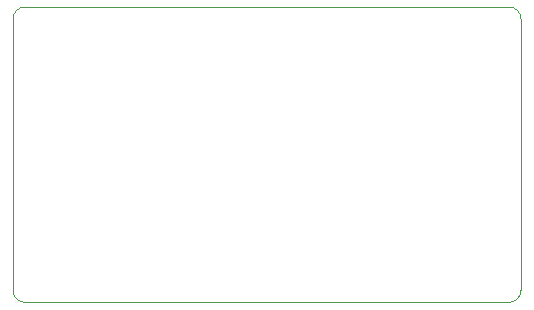
<source format=gbr>
%TF.GenerationSoftware,KiCad,Pcbnew,9.0.1*%
%TF.CreationDate,2025-06-11T23:13:24+02:00*%
%TF.ProjectId,PUTM_EV_CART_INDICATOR,5055544d-5f45-4565-9f43-4152545f494e,rev?*%
%TF.SameCoordinates,Original*%
%TF.FileFunction,Profile,NP*%
%FSLAX46Y46*%
G04 Gerber Fmt 4.6, Leading zero omitted, Abs format (unit mm)*
G04 Created by KiCad (PCBNEW 9.0.1) date 2025-06-11 23:13:24*
%MOMM*%
%LPD*%
G01*
G04 APERTURE LIST*
%TA.AperFunction,Profile*%
%ADD10C,0.050000*%
%TD*%
G04 APERTURE END LIST*
D10*
X82000000Y-60000000D02*
X82000000Y-83000000D01*
X124000000Y-59000000D02*
X83000000Y-59000000D01*
X82000000Y-60000000D02*
G75*
G02*
X83000000Y-59000000I1000000J0D01*
G01*
X125000000Y-60000000D02*
X125000000Y-83000000D01*
X125000000Y-83000000D02*
G75*
G02*
X124000000Y-84000000I-1000000J0D01*
G01*
X124000000Y-59000000D02*
G75*
G02*
X125000000Y-60000000I0J-1000000D01*
G01*
X83000000Y-84000000D02*
G75*
G02*
X82000000Y-83000000I0J1000000D01*
G01*
X83000000Y-84000000D02*
X124000000Y-84000000D01*
M02*

</source>
